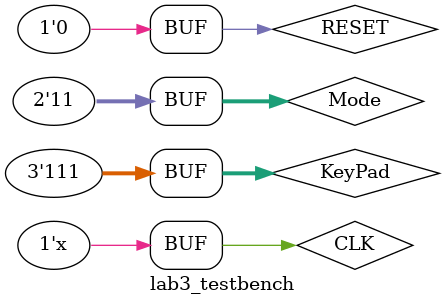
<source format=v>
`timescale 1ns / 1ps

/*
** Basic vending machine testbench
**
** See doc/problem.pdf for further information.
**
** @author: Emre Can Kucukoglu
** @mail: eckucukoglu@gmail.com
*/

module lab3_testbench;

	// Inputs. For regs, initial value
	reg [2:0] KeyPad;
	reg [1:0] Mode;
	reg CLK;
	reg RESET;

	// Outputs
	wire [7:0] Credit;
	wire [5:0] Coins;

	// Instantiate the BasicVendingMachine
	BasicVendingMachine BVM (
		KeyPad, 
		Mode, 
		CLK, 
		RESET, 
		Credit, 
		Coins
	);
	
	always #5 CLK = ~CLK;

	initial begin
		// set monitor
		$monitor("Time=%t | Mode=%b Keypad=%b  | Coins=%b  Credit=%d ", $time, Mode, KeyPad, Coins, Credit);
	
		// Initialize Inputs
		KeyPad = 3'b000;
		Mode = 2'b00; // DO-NOTHING MODE
		CLK = 1;	// At 5, 15, 25 clk will become 1->0. At 10, 20, 30, 40, ... clk will become 0->1.
		RESET = 0;

		#2; // wait a little so that all inputs change at 12, 22, 32, ...
		
		//----------
		
		$display("Adding money");
		
		Mode = 2'b01;  // MONEY-DEPOSIT MODE
		KeyPad = 3'b101;  // 50 TL
		#10; // wait for 1 clock
		if (Credit != 50) $display("Failed to add 50TL into machine");
		
		// Test RESET
		RESET = 1;
		#1;
		if (Credit != 0) $display("*Asynchronous RESET* did not work, Credit > 0");
		RESET = 0;
		Mode = 2'b00; // DO-NOTHING MODE
		#9; // get back to sync with clock
		
		Mode = 2'b01;  // MONEY-DEPOSIT MODE
		KeyPad = 3'b110;  // 100 TL
		#10; // wait for 1 clock
		if (Credit != 100) $display("Failed to add 100TL into machine");
		
		KeyPad = 3'b010;  // 5 TL
		#10; // wait for 1 clock
		if (Credit != 105) $display("Failed to add 5TL into machine");
		
		$display("Getting items");
		
		Mode = 2'b10; // PRODUCT-RECEIVE MODE
		KeyPad = 3'b100;  // WATER 13TL
		#10; // wait for 1 clock
		if (Credit != 92) $display("Failed to get item WATER (worth 13TL) from machine");
		
		KeyPad = 3'b111;  // CRACKER 75TL
		#10; // wait for 1 clock
		if (Credit != 17) $display("Failed to get item CRACKER (worth 75TL) from machine");
		
		$display("Getting coins");
		Mode = 2'b11; // RETURN-REMAINDER MODE
		#10; // wait for 1 clock
		if (Coins != 6'b001000) $display("Failed to get 10TL coin");
		if (Credit != 7) $display("Credits wrong after getting 10TL coin");
		
		#10; // wait for 1 clock
		if (Coins != 6'b000100) $display("Failed to get 5TL coin");
		if (Credit != 2) $display("Credits wrong after getting 5TL coin");
		
		#10; // wait for 1 clock
		if (Coins != 6'b000010) $display("Failed to get 2TL coin");
		if (Credit != 0) $display("Credits wrong after getting 2TL coin");
		
		#10; // wait for 1 clock
		if (Coins != 6'b000000) $display("Machine returned extra coin");
		if (Credit != 0) $display("Credits wrong after trying to get extra coin");

	end
      
endmodule


</source>
